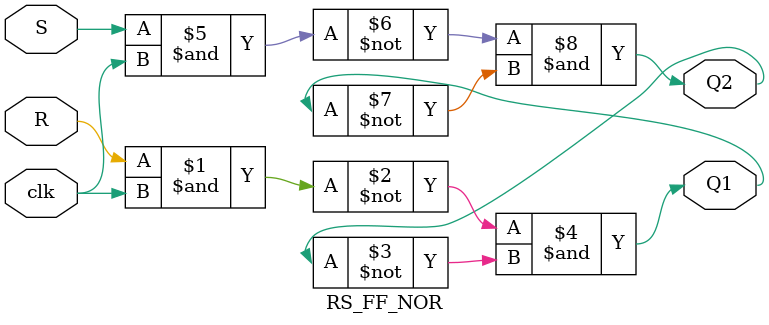
<source format=v>
`timescale 1ns / 1ps


module RS_FF_NOR(
input clk, R, S,
output Q1, Q2
    );
    assign Q1 = ~(R&clk)&~(Q2);
    assign Q2 = ~(S&clk)&~(Q1);
endmodule

</source>
